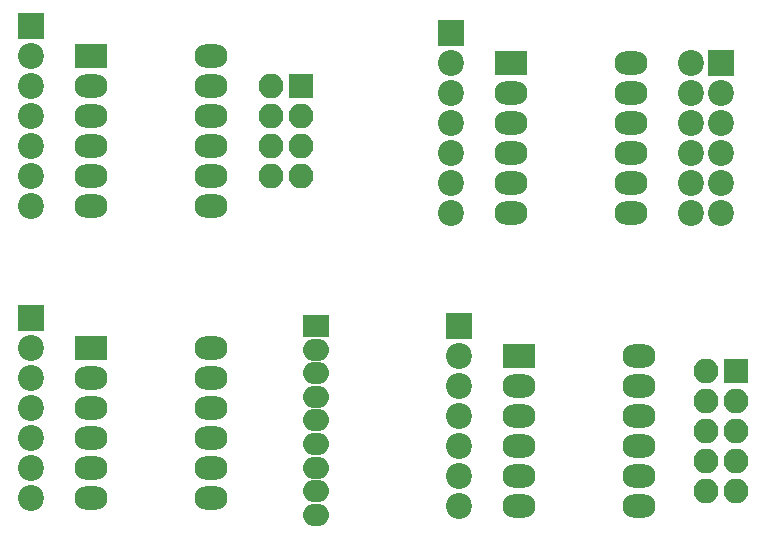
<source format=gbr>
G04 #@! TF.FileFunction,Soldermask,Bot*
%FSLAX46Y46*%
G04 Gerber Fmt 4.6, Leading zero omitted, Abs format (unit mm)*
G04 Created by KiCad (PCBNEW 4.0.7) date 10/12/18 14:52:48*
%MOMM*%
%LPD*%
G01*
G04 APERTURE LIST*
%ADD10C,0.100000*%
%ADD11R,2.200000X1.900000*%
%ADD12O,2.200000X1.900000*%
%ADD13C,2.200000*%
%ADD14R,2.200000X2.200000*%
%ADD15R,2.800000X2.000000*%
%ADD16O,2.800000X2.000000*%
%ADD17R,2.100000X2.100000*%
%ADD18O,2.100000X2.100000*%
G04 APERTURE END LIST*
D10*
D11*
X135890000Y-92075000D03*
D12*
X135890000Y-94075000D03*
X135890000Y-96075000D03*
X135890000Y-98075000D03*
X135890000Y-100075000D03*
X135890000Y-102075000D03*
X135890000Y-104075000D03*
X135890000Y-106075000D03*
X135890000Y-108075000D03*
D13*
X147955000Y-107315000D03*
X147955000Y-104775000D03*
D14*
X147955000Y-92075000D03*
D13*
X147955000Y-94615000D03*
X147955000Y-97155000D03*
X147955000Y-99695000D03*
X147955000Y-102235000D03*
X167640000Y-82550000D03*
X170180000Y-82550000D03*
D14*
X170180000Y-69850000D03*
D13*
X167640000Y-69850000D03*
X170180000Y-72390000D03*
X167640000Y-72390000D03*
X170180000Y-74930000D03*
X167640000Y-74930000D03*
X170180000Y-77470000D03*
X167640000Y-77470000D03*
X170180000Y-80010000D03*
X167640000Y-80010000D03*
X111760000Y-106680000D03*
X111760000Y-104140000D03*
D14*
X111760000Y-91440000D03*
D13*
X111760000Y-93980000D03*
X111760000Y-96520000D03*
X111760000Y-99060000D03*
X111760000Y-101600000D03*
X147320000Y-82550000D03*
X147320000Y-80010000D03*
D14*
X147320000Y-67310000D03*
D13*
X147320000Y-69850000D03*
X147320000Y-72390000D03*
X147320000Y-74930000D03*
X147320000Y-77470000D03*
X111760000Y-81915000D03*
X111760000Y-79375000D03*
D14*
X111760000Y-66675000D03*
D13*
X111760000Y-69215000D03*
X111760000Y-71755000D03*
X111760000Y-74295000D03*
X111760000Y-76835000D03*
D15*
X116840000Y-69215000D03*
D16*
X116840000Y-71755000D03*
X116840000Y-74295000D03*
X116840000Y-76835000D03*
X116840000Y-79375000D03*
X116840000Y-81915000D03*
X127000000Y-81915000D03*
X127000000Y-79375000D03*
X127000000Y-76835000D03*
X127000000Y-74295000D03*
X127000000Y-71755000D03*
X127000000Y-69215000D03*
D15*
X152400000Y-69850000D03*
D16*
X152400000Y-72390000D03*
X152400000Y-74930000D03*
X152400000Y-77470000D03*
X152400000Y-80010000D03*
X152400000Y-82550000D03*
X162560000Y-82550000D03*
X162560000Y-80010000D03*
X162560000Y-77470000D03*
X162560000Y-74930000D03*
X162560000Y-72390000D03*
X162560000Y-69850000D03*
D17*
X134620000Y-71755000D03*
D18*
X132080000Y-71755000D03*
X134620000Y-74295000D03*
X132080000Y-74295000D03*
X134620000Y-76835000D03*
X132080000Y-76835000D03*
X134620000Y-79375000D03*
X132080000Y-79375000D03*
D15*
X116840000Y-93980000D03*
D16*
X116840000Y-96520000D03*
X116840000Y-99060000D03*
X116840000Y-101600000D03*
X116840000Y-104140000D03*
X116840000Y-106680000D03*
X127000000Y-106680000D03*
X127000000Y-104140000D03*
X127000000Y-101600000D03*
X127000000Y-99060000D03*
X127000000Y-96520000D03*
X127000000Y-93980000D03*
D15*
X153035000Y-94615000D03*
D16*
X153035000Y-97155000D03*
X153035000Y-99695000D03*
X153035000Y-102235000D03*
X153035000Y-104775000D03*
X153035000Y-107315000D03*
X163195000Y-107315000D03*
X163195000Y-104775000D03*
X163195000Y-102235000D03*
X163195000Y-99695000D03*
X163195000Y-97155000D03*
X163195000Y-94615000D03*
D17*
X171450000Y-95885000D03*
D18*
X168910000Y-95885000D03*
X171450000Y-98425000D03*
X168910000Y-98425000D03*
X171450000Y-100965000D03*
X168910000Y-100965000D03*
X171450000Y-103505000D03*
X168910000Y-103505000D03*
X171450000Y-106045000D03*
X168910000Y-106045000D03*
M02*

</source>
